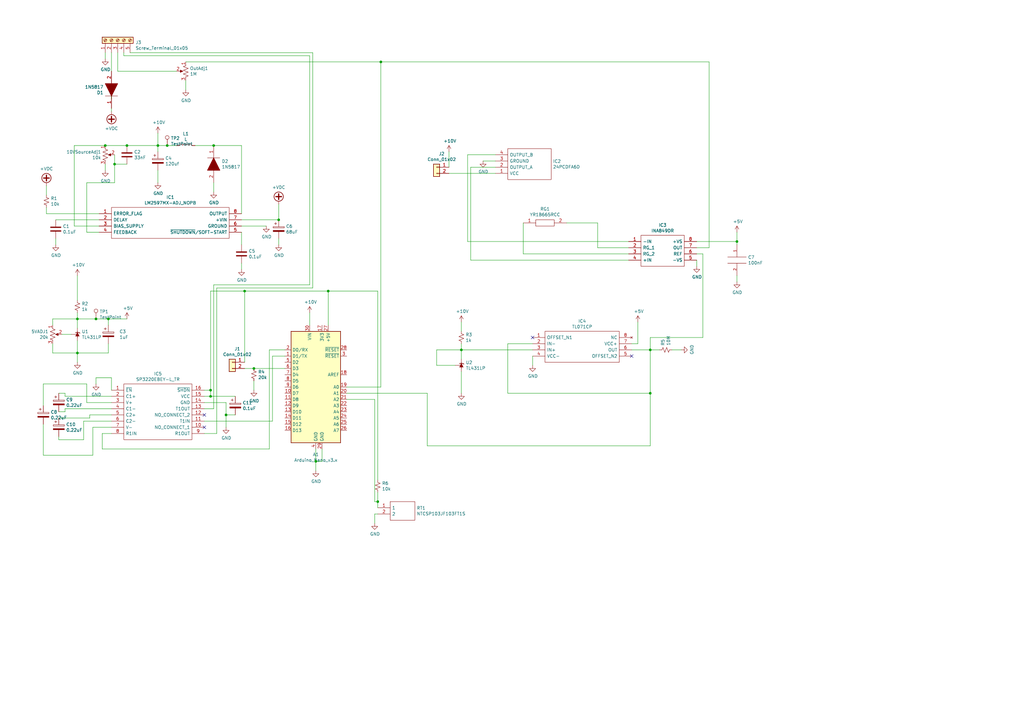
<source format=kicad_sch>
(kicad_sch (version 20211123) (generator eeschema)
  (paper "A3")
  (lib_symbols
    (symbol "Connector:Screw_Terminal_01x05" (pin_names (offset 1.016) hide)
      (property "Reference" "J" (at 0 7.62 0))
      (property "Value" "Screw_Terminal_01x05" (at 0 -7.62 0))
      (symbol "Screw_Terminal_01x05_1_1"
        (rectangle (start -1.27 6.35) (end 1.27 -6.35) (stroke (width 0.254)) (fill (type background)))
        (circle (center 0 -5.08) (radius 0.635) (stroke (width 0.1524)))
        (circle (center 0 -2.54) (radius 0.635) (stroke (width 0.1524)))
        (polyline (pts (xy -0.5334 -4.7498) (xy 0.3302 -5.588)) (stroke (width 0.1524)))
        (polyline (pts (xy -0.5334 -2.2098) (xy 0.3302 -3.048)) (stroke (width 0.1524)))
        (polyline (pts (xy -0.5334 0.3302) (xy 0.3302 -0.508)) (stroke (width 0.1524)))
        (polyline (pts (xy -0.5334 2.8702) (xy 0.3302 2.032)) (stroke (width 0.1524)))
        (polyline (pts (xy -0.5334 5.4102) (xy 0.3302 4.572)) (stroke (width 0.1524)))
        (polyline (pts (xy -0.3556 -4.572) (xy 0.508 -5.4102)) (stroke (width 0.1524)))
        (polyline (pts (xy -0.3556 -2.032) (xy 0.508 -2.8702)) (stroke (width 0.1524)))
        (polyline (pts (xy -0.3556 0.508) (xy 0.508 -0.3302)) (stroke (width 0.1524)))
        (polyline (pts (xy -0.3556 3.048) (xy 0.508 2.2098)) (stroke (width 0.1524)))
        (polyline (pts (xy -0.3556 5.588) (xy 0.508 4.7498)) (stroke (width 0.1524)))
        (circle (center 0 0) (radius 0.635) (stroke (width 0.1524)))
        (circle (center 0 2.54) (radius 0.635) (stroke (width 0.1524)))
        (circle (center 0 5.08) (radius 0.635) (stroke (width 0.1524)))
        (pin passive line (at -5.08 5.08 0) (length 3.81) (name "Pin_1") (number "1"))
        (pin passive line (at -5.08 2.54 0) (length 3.81) (name "Pin_2") (number "2"))
        (pin passive line (at -5.08 0 0) (length 3.81) (name "Pin_3") (number "3"))
        (pin passive line (at -5.08 -2.54 0) (length 3.81) (name "Pin_4") (number "4"))
        (pin passive line (at -5.08 -5.08 0) (length 3.81) (name "Pin_5") (number "5"))
      )
    )
    (symbol "Connector:TestPoint" (pin_numbers hide) (pin_names (offset 0.762) hide)
      (property "Reference" "TP" (at 0 6.858 0))
      (property "Value" "TestPoint" (at 0 5.08 0))
      (symbol "TestPoint_0_1"
        (circle (center 0 3.302) (radius 0.762))
      )
      (symbol "TestPoint_1_1"
        (pin passive line (at 0 0 90) (length 2.54) (name "1") (number "1"))
      )
    )
    (symbol "Connector_Generic:Conn_01x02" (pin_names (offset 1.016) hide)
      (property "Reference" "J" (at 0 2.54 0))
      (property "Value" "Conn_01x02" (at 0 -5.08 0))
      (symbol "Conn_01x02_1_1"
        (rectangle (start -1.27 -2.413) (end 0 -2.667) (stroke (width 0.1524)))
        (rectangle (start -1.27 0.127) (end 0 -0.127) (stroke (width 0.1524)))
        (rectangle (start -1.27 1.27) (end 1.27 -3.81) (stroke (width 0.254)) (fill (type background)))
        (pin passive line (at -5.08 0 0) (length 3.81) (name "Pin_1") (number "1"))
        (pin passive line (at -5.08 -2.54 0) (length 3.81) (name "Pin_2") (number "2"))
      )
    )
    (symbol "Device:C" (pin_numbers hide) (pin_names (offset 0.254))
      (property "Reference" "C" (at 0.635 2.54 0))
      (property "Value" "C" (at 0.635 -2.54 0))
      (symbol "C_0_1"
        (polyline (pts (xy -2.032 -0.762) (xy 2.032 -0.762)) (stroke (width 0.508)))
        (polyline (pts (xy -2.032 0.762) (xy 2.032 0.762)) (stroke (width 0.508)))
      )
      (symbol "C_1_1"
        (pin passive line (at 0 3.81 270) (length 2.794) (name "~") (number "1"))
        (pin passive line (at 0 -3.81 90) (length 2.794) (name "~") (number "2"))
      )
    )
    (symbol "Device:CP" (pin_numbers hide) (pin_names (offset 0.254))
      (property "Reference" "C" (at 0.635 2.54 0))
      (property "Value" "Device_CP" (at 0.635 -2.54 0))
      (symbol "CP_0_1"
        (rectangle (start -2.286 0.508) (end 2.286 1.016))
        (polyline (pts (xy -1.778 2.286) (xy -0.762 2.286)))
        (polyline (pts (xy -1.27 2.794) (xy -1.27 1.778)))
        (rectangle (start 2.286 -0.508) (end -2.286 -1.016) (fill (type outline)))
      )
      (symbol "CP_1_1"
        (pin passive line (at 0 3.81 270) (length 2.794) (name "~") (number "1"))
        (pin passive line (at 0 -3.81 90) (length 2.794) (name "~") (number "2"))
      )
    )
    (symbol "Device:L" (pin_numbers hide) (pin_names (offset 1.016) hide)
      (property "Reference" "L" (at -1.27 0 90))
      (property "Value" "L" (at 1.905 0 90))
      (symbol "L_0_1"
        (arc (start 0 -2.54) (mid 0.635 -1.905) (end 0 -1.27))
        (arc (start 0 -1.27) (mid 0.635 -0.635) (end 0 0))
        (arc (start 0 0) (mid 0.635 0.635) (end 0 1.27))
        (arc (start 0 1.27) (mid 0.635 1.905) (end 0 2.54))
      )
      (symbol "L_1_1"
        (pin passive line (at 0 3.81 270) (length 1.27) (name "1") (number "1"))
        (pin passive line (at 0 -3.81 90) (length 1.27) (name "2") (number "2"))
      )
    )
    (symbol "Device:R_POT_US" (pin_names (offset 1.016) hide)
      (property "Reference" "RV" (at -4.445 0 90))
      (property "Value" "Device_R_POT_US" (at -2.54 0 90))
      (symbol "R_POT_US_0_1"
        (polyline (pts (xy 0 -2.286) (xy 0 -2.54)))
        (polyline (pts (xy 0 2.54) (xy 0 2.286)))
        (polyline (pts (xy 2.54 0) (xy 1.524 0)))
        (polyline (pts (xy 1.143 0) (xy 2.286 0.508) (xy 2.286 -0.508) (xy 1.143 0)) (fill (type outline)))
        (polyline (pts (xy 0 -0.762) (xy 1.016 -1.143) (xy 0 -1.524) (xy -1.016 -1.905) (xy 0 -2.286)))
        (polyline (pts (xy 0 0.762) (xy 1.016 0.381) (xy 0 0) (xy -1.016 -0.381) (xy 0 -0.762)))
        (polyline (pts (xy 0 2.286) (xy 1.016 1.905) (xy 0 1.524) (xy -1.016 1.143) (xy 0 0.762)))
      )
      (symbol "R_POT_US_1_1"
        (pin passive line (at 0 3.81 270) (length 1.27) (name "1") (number "1"))
        (pin passive line (at 3.81 0 180) (length 1.27) (name "2") (number "2"))
        (pin passive line (at 0 -3.81 90) (length 1.27) (name "3") (number "3"))
      )
    )
    (symbol "Device:R_Small_US" (pin_numbers hide) (pin_names (offset 0.254) hide)
      (property "Reference" "R" (at 0.762 0.508 0))
      (property "Value" "R_Small_US" (at 0.762 -1.016 0))
      (symbol "R_Small_US_1_1"
        (polyline (pts (xy 0 0) (xy 1.016 -0.381) (xy 0 -0.762) (xy -1.016 -1.143) (xy 0 -1.524)))
        (polyline (pts (xy 0 1.524) (xy 1.016 1.143) (xy 0 0.762) (xy -1.016 0.381) (xy 0 0)))
        (pin passive line (at 0 2.54 270) (length 1.016) (name "~") (number "1"))
        (pin passive line (at 0 -2.54 90) (length 1.016) (name "~") (number "2"))
      )
    )
    (symbol "MCU_Module:Arduino_Nano_v3.x"
      (property "Reference" "A" (at -10.16 23.495 0))
      (property "Value" "Arduino_Nano_v3.x" (at 5.08 -24.13 0))
      (symbol "Arduino_Nano_v3.x_0_1"
        (rectangle (start -10.16 22.86) (end 10.16 -22.86) (stroke (width 0.254)) (fill (type background)))
      )
      (symbol "Arduino_Nano_v3.x_1_1"
        (pin bidirectional line (at -12.7 12.7 0) (length 2.54) (name "D1/TX") (number "1"))
        (pin bidirectional line (at -12.7 -2.54 0) (length 2.54) (name "D7") (number "10"))
        (pin bidirectional line (at -12.7 -5.08 0) (length 2.54) (name "D8") (number "11"))
        (pin bidirectional line (at -12.7 -7.62 0) (length 2.54) (name "D9") (number "12"))
        (pin bidirectional line (at -12.7 -10.16 0) (length 2.54) (name "D10") (number "13"))
        (pin bidirectional line (at -12.7 -12.7 0) (length 2.54) (name "D11") (number "14"))
        (pin bidirectional line (at -12.7 -15.24 0) (length 2.54) (name "D12") (number "15"))
        (pin bidirectional line (at -12.7 -17.78 0) (length 2.54) (name "D13") (number "16"))
        (pin power_out line (at 2.54 25.4 270) (length 2.54) (name "3V3") (number "17"))
        (pin input line (at 12.7 5.08 180) (length 2.54) (name "AREF") (number "18"))
        (pin bidirectional line (at 12.7 0 180) (length 2.54) (name "A0") (number "19"))
        (pin bidirectional line (at -12.7 15.24 0) (length 2.54) (name "D0/RX") (number "2"))
        (pin bidirectional line (at 12.7 -2.54 180) (length 2.54) (name "A1") (number "20"))
        (pin bidirectional line (at 12.7 -5.08 180) (length 2.54) (name "A2") (number "21"))
        (pin bidirectional line (at 12.7 -7.62 180) (length 2.54) (name "A3") (number "22"))
        (pin bidirectional line (at 12.7 -10.16 180) (length 2.54) (name "A4") (number "23"))
        (pin bidirectional line (at 12.7 -12.7 180) (length 2.54) (name "A5") (number "24"))
        (pin bidirectional line (at 12.7 -15.24 180) (length 2.54) (name "A6") (number "25"))
        (pin bidirectional line (at 12.7 -17.78 180) (length 2.54) (name "A7") (number "26"))
        (pin power_out line (at 5.08 25.4 270) (length 2.54) (name "+5V") (number "27"))
        (pin input line (at 12.7 15.24 180) (length 2.54) (name "~{RESET}") (number "28"))
        (pin power_in line (at 2.54 -25.4 90) (length 2.54) (name "GND") (number "29"))
        (pin input line (at 12.7 12.7 180) (length 2.54) (name "~{RESET}") (number "3"))
        (pin power_in line (at -2.54 25.4 270) (length 2.54) (name "VIN") (number "30"))
        (pin power_in line (at 0 -25.4 90) (length 2.54) (name "GND") (number "4"))
        (pin bidirectional line (at -12.7 10.16 0) (length 2.54) (name "D2") (number "5"))
        (pin bidirectional line (at -12.7 7.62 0) (length 2.54) (name "D3") (number "6"))
        (pin bidirectional line (at -12.7 5.08 0) (length 2.54) (name "D4") (number "7"))
        (pin bidirectional line (at -12.7 2.54 0) (length 2.54) (name "D5") (number "8"))
        (pin bidirectional line (at -12.7 0 0) (length 2.54) (name "D6") (number "9"))
      )
    )
    (symbol "Reference_Voltage:TL431LP" (pin_numbers hide) (pin_names hide)
      (property "Reference" "U" (at -2.54 2.54 0))
      (property "Value" "TL431LP" (at 0 -2.54 0))
      (symbol "TL431LP_0_1"
        (polyline (pts (xy -1.27 0) (xy 0 0) (xy 1.27 0)))
        (polyline (pts (xy -0.762 0.762) (xy 0.762 0) (xy -0.762 -0.762)) (fill (type outline)))
        (polyline (pts (xy 0.508 -1.016) (xy 0.762 -0.762) (xy 0.762 0.762) (xy 0.762 0.762)) (stroke (width 0.254)))
      )
      (symbol "TL431LP_1_1"
        (pin passive line (at 0 2.54 270) (length 2.54) (name "REF") (number "1"))
        (pin passive line (at -2.54 0 0) (length 2.54) (name "A") (number "2"))
        (pin passive line (at 2.54 0 180) (length 2.54) (name "K") (number "3"))
      )
    )
    (symbol "SamacSys_Parts:1N5817" (pin_names (offset 0.762))
      (property "Reference" "D" (at 11.43 5.08 0))
      (property "Value" "SamacSys_Parts_1N5817" (at 11.43 2.54 0))
      (symbol "1N5817_0_0"
        (pin passive line (at 0 0 0) (length 5.08) (name "~") (number "1"))
        (pin passive line (at 15.24 0 180) (length 5.08) (name "~") (number "2"))
      )
      (symbol "1N5817_0_1"
        (polyline (pts (xy 5.08 2.54) (xy 5.08 -2.54)) (stroke (width 0.1524)))
        (polyline (pts (xy 5.08 0) (xy 10.16 2.54) (xy 10.16 -2.54) (xy 5.08 0)) (stroke (width 0.254)) (fill (type outline)))
      )
    )
    (symbol "SamacSys_Parts:24PCDFA6D" (pin_names (offset 0.762))
      (property "Reference" "IC" (at 24.13 7.62 0))
      (property "Value" "SamacSys_Parts_24PCDFA6D" (at 24.13 5.08 0))
      (symbol "24PCDFA6D_0_0"
        (pin passive line (at 0 -7.62 0) (length 5.08) (name "VCC") (number "1"))
        (pin passive line (at 0 -5.08 0) (length 5.08) (name "OUTPUT_A") (number "2"))
        (pin passive line (at 0 -2.54 0) (length 5.08) (name "GROUND") (number "3"))
        (pin passive line (at 0 0 0) (length 5.08) (name "OUTPUT_B") (number "4"))
      )
      (symbol "24PCDFA6D_0_1"
        (polyline (pts (xy 5.08 2.54) (xy 22.86 2.54) (xy 22.86 -10.16) (xy 5.08 -10.16) (xy 5.08 2.54)) (stroke (width 0.1524)))
      )
    )
    (symbol "SamacSys_Parts:INA849DR" (pin_names (offset 0.762))
      (property "Reference" "IC" (at 24.13 7.62 0))
      (property "Value" "SamacSys_Parts_INA849DR" (at 24.13 5.08 0))
      (symbol "INA849DR_0_0"
        (pin passive line (at 0 0 0) (length 5.08) (name "-IN") (number "1"))
        (pin passive line (at 0 -2.54 0) (length 5.08) (name "RG_1") (number "2"))
        (pin passive line (at 0 -5.08 0) (length 5.08) (name "RG_2") (number "3"))
        (pin passive line (at 0 -7.62 0) (length 5.08) (name "+IN") (number "4"))
        (pin passive line (at 27.94 -7.62 180) (length 5.08) (name "-VS") (number "5"))
        (pin passive line (at 27.94 -5.08 180) (length 5.08) (name "REF") (number "6"))
        (pin passive line (at 27.94 -2.54 180) (length 5.08) (name "OUT") (number "7"))
        (pin passive line (at 27.94 0 180) (length 5.08) (name "+VS") (number "8"))
      )
      (symbol "INA849DR_0_1"
        (polyline (pts (xy 5.08 2.54) (xy 22.86 2.54) (xy 22.86 -10.16) (xy 5.08 -10.16) (xy 5.08 2.54)) (stroke (width 0.1524)))
      )
    )
    (symbol "SamacSys_Parts:LM2597MX-ADJ_NOPB" (pin_names (offset 0.762))
      (property "Reference" "IC" (at 54.61 7.62 0))
      (property "Value" "SamacSys_Parts_LM2597MX-ADJ_NOPB" (at 54.61 5.08 0))
      (symbol "LM2597MX-ADJ_NOPB_0_0"
        (pin passive line (at 0 0 0) (length 5.08) (name "ERROR_FLAG") (number "1"))
        (pin passive line (at 0 -2.54 0) (length 5.08) (name "DELAY") (number "2"))
        (pin passive line (at 0 -5.08 0) (length 5.08) (name "BIAS_SUPPLY") (number "3"))
        (pin passive line (at 0 -7.62 0) (length 5.08) (name "FEEDBACK") (number "4"))
        (pin passive line (at 58.42 -7.62 180) (length 5.08) (name "~{SHUTDOWN}/SOFT-START") (number "5"))
        (pin passive line (at 58.42 -5.08 180) (length 5.08) (name "GROUND") (number "6"))
        (pin passive line (at 58.42 -2.54 180) (length 5.08) (name "+VIN") (number "7"))
        (pin passive line (at 58.42 0 180) (length 5.08) (name "OUTPUT") (number "8"))
      )
      (symbol "LM2597MX-ADJ_NOPB_0_1"
        (polyline (pts (xy 5.08 2.54) (xy 53.34 2.54) (xy 53.34 -10.16) (xy 5.08 -10.16) (xy 5.08 2.54)) (stroke (width 0.1524)))
      )
    )
    (symbol "SamacSys_Parts:NTCSP103JF103FT1S" (pin_names (offset 0.762))
      (property "Reference" "RT" (at 16.51 7.62 0))
      (property "Value" "SamacSys_Parts_NTCSP103JF103FT1S" (at 16.51 5.08 0))
      (symbol "NTCSP103JF103FT1S_0_0"
        (pin passive line (at 0 0 0) (length 5.08) (name "1") (number "1"))
        (pin passive line (at 0 -2.54 0) (length 5.08) (name "2") (number "2"))
      )
      (symbol "NTCSP103JF103FT1S_0_1"
        (polyline (pts (xy 5.08 2.54) (xy 15.24 2.54) (xy 15.24 -5.08) (xy 5.08 -5.08) (xy 5.08 2.54)) (stroke (width 0.1524)))
      )
    )
    (symbol "SamacSys_Parts:SP3220EBEY-L_TR" (pin_names (offset 0.762))
      (property "Reference" "IC" (at 34.29 7.62 0))
      (property "Value" "SamacSys_Parts_SP3220EBEY-L_TR" (at 34.29 5.08 0))
      (symbol "SP3220EBEY-L_TR_0_0"
        (pin passive line (at 0 0 0) (length 5.08) (name "~{EN}") (number "1"))
        (pin passive line (at 38.1 -15.24 180) (length 5.08) (name "NO_CONNECT_1") (number "10"))
        (pin passive line (at 38.1 -12.7 180) (length 5.08) (name "T1IN") (number "11"))
        (pin passive line (at 38.1 -10.16 180) (length 5.08) (name "NO_CONNECT_2") (number "12"))
        (pin passive line (at 38.1 -7.62 180) (length 5.08) (name "T1OUT") (number "13"))
        (pin passive line (at 38.1 -5.08 180) (length 5.08) (name "GND") (number "14"))
        (pin passive line (at 38.1 -2.54 180) (length 5.08) (name "VCC") (number "15"))
        (pin passive line (at 38.1 0 180) (length 5.08) (name "~{SHDN}") (number "16"))
        (pin passive line (at 0 -2.54 0) (length 5.08) (name "C1+") (number "2"))
        (pin passive line (at 0 -5.08 0) (length 5.08) (name "V+") (number "3"))
        (pin passive line (at 0 -7.62 0) (length 5.08) (name "C1-") (number "4"))
        (pin passive line (at 0 -10.16 0) (length 5.08) (name "C2+") (number "5"))
        (pin passive line (at 0 -12.7 0) (length 5.08) (name "C2-") (number "6"))
        (pin passive line (at 0 -15.24 0) (length 5.08) (name "V-") (number "7"))
        (pin passive line (at 0 -17.78 0) (length 5.08) (name "R1IN") (number "8"))
        (pin passive line (at 38.1 -17.78 180) (length 5.08) (name "R1OUT") (number "9"))
      )
      (symbol "SP3220EBEY-L_TR_0_1"
        (polyline (pts (xy 5.08 2.54) (xy 33.02 2.54) (xy 33.02 -20.32) (xy 5.08 -20.32) (xy 5.08 2.54)) (stroke (width 0.1524)))
      )
    )
    (symbol "SamacSys_Parts:TL071CP" (pin_names (offset 0.762))
      (property "Reference" "IC" (at 36.83 7.62 0))
      (property "Value" "SamacSys_Parts_TL071CP" (at 36.83 5.08 0))
      (symbol "TL071CP_0_0"
        (pin passive line (at 0 0 0) (length 5.08) (name "OFFSET_N1") (number "1"))
        (pin passive line (at 0 -2.54 0) (length 5.08) (name "IN-") (number "2"))
        (pin passive line (at 0 -5.08 0) (length 5.08) (name "IN+") (number "3"))
        (pin passive line (at 0 -7.62 0) (length 5.08) (name "VCC-") (number "4"))
        (pin passive line (at 40.64 -7.62 180) (length 5.08) (name "OFFSET_N2") (number "5"))
        (pin passive line (at 40.64 -5.08 180) (length 5.08) (name "OUT") (number "6"))
        (pin passive line (at 40.64 -2.54 180) (length 5.08) (name "VCC+") (number "7"))
        (pin no_connect line (at 40.64 0 180) (length 5.08) (name "NC") (number "8"))
      )
      (symbol "TL071CP_0_1"
        (polyline (pts (xy 5.08 2.54) (xy 35.56 2.54) (xy 35.56 -10.16) (xy 5.08 -10.16) (xy 5.08 2.54)) (stroke (width 0.1524)))
      )
    )
    (symbol "SamacSys_Parts:YR1B665RCC" (pin_names (offset 0.762))
      (property "Reference" "R" (at 13.97 6.35 0))
      (property "Value" "SamacSys_Parts_YR1B665RCC" (at 13.97 3.81 0))
      (symbol "YR1B665RCC_0_0"
        (pin passive line (at 0 0 0) (length 5.08) (name "~") (number "1"))
        (pin passive line (at 17.78 0 180) (length 5.08) (name "~") (number "2"))
      )
      (symbol "YR1B665RCC_0_1"
        (polyline (pts (xy 5.08 1.27) (xy 12.7 1.27) (xy 12.7 -1.27) (xy 5.08 -1.27) (xy 5.08 1.27)) (stroke (width 0.1524)))
      )
    )
    (symbol "power:+10V" (power) (pin_names (offset 0))
      (property "Value" "+10V" (at 0 3.556 0))
      (symbol "+10V_0_1"
        (polyline (pts (xy -0.762 1.27) (xy 0 2.54)))
        (polyline (pts (xy 0 0) (xy 0 2.54)))
        (polyline (pts (xy 0 2.54) (xy 0.762 1.27)))
      )
      (symbol "+10V_1_1"
        (pin power_in line (at 0 0 90) (length 0) hide (name "+10V") (number "1"))
      )
    )
    (symbol "power:+5V" (power) (pin_names (offset 0))
      (property "Value" "+5V" (at 0 3.556 0))
      (symbol "+5V_0_1"
        (polyline (pts (xy -0.762 1.27) (xy 0 2.54)))
        (polyline (pts (xy 0 0) (xy 0 2.54)))
        (polyline (pts (xy 0 2.54) (xy 0.762 1.27)))
      )
      (symbol "+5V_1_1"
        (pin power_in line (at 0 0 90) (length 0) hide (name "+5V") (number "1"))
      )
    )
    (symbol "power:+VDC" (power) (pin_names (offset 0))
      (property "Value" "+VDC" (at 0 6.35 0))
      (symbol "+VDC_0_1"
        (polyline (pts (xy -1.143 3.175) (xy 1.143 3.175)) (stroke (width 0.508)))
        (polyline (pts (xy 0 0) (xy 0 1.27)))
        (polyline (pts (xy 0 2.032) (xy 0 4.318)) (stroke (width 0.508)))
        (circle (center 0 3.175) (radius 1.905) (stroke (width 0.254)))
      )
      (symbol "+VDC_1_1"
        (pin power_in line (at 0 0 90) (length 0) hide (name "+VDC") (number "1"))
      )
    )
    (symbol "power:GND" (power) (pin_names (offset 0))
      (property "Value" "GND" (at 0 -3.81 0))
      (symbol "GND_0_1"
        (polyline (pts (xy 0 0) (xy 0 -1.27) (xy 1.27 -1.27) (xy 0 -2.54) (xy -1.27 -1.27) (xy 0 -1.27)))
      )
      (symbol "GND_1_1"
        (pin power_in line (at 0 0 270) (length 0) hide (name "GND") (number "1"))
      )
    )
    (symbol "pspice:CAP" (pin_names (offset 0.254))
      (property "Reference" "C" (at 2.54 3.81 90))
      (property "Value" "CAP" (at 2.54 -3.81 90))
      (symbol "CAP_0_1"
        (polyline (pts (xy -3.81 -1.27) (xy 3.81 -1.27)))
        (polyline (pts (xy -3.81 1.27) (xy 3.81 1.27)))
      )
      (symbol "CAP_1_1"
        (pin passive line (at 0 6.35 270) (length 5.08) (name "~") (number "1"))
        (pin passive line (at 0 -6.35 90) (length 5.08) (name "~") (number "2"))
      )
    )
  )
  (junction (at 87.63 59.69))
  (junction (at 86.36 162.56))
  (junction (at 302.26 99.06))
  (junction (at 31.75 130.81))
  (junction (at 46.99 67.31))
  (junction (at 189.23 143.51))
  (junction (at 31.75 144.78))
  (junction (at 39.37 130.81))
  (junction (at 68.58 59.69))
  (junction (at 92.71 170.18))
  (junction (at 154.94 205.74))
  (junction (at 114.3 90.17))
  (junction (at 86.36 160.02))
  (junction (at 64.77 59.69))
  (junction (at 266.7 161.29))
  (junction (at 129.54 189.23))
  (junction (at 104.14 151.13))
  (junction (at 52.07 59.69))
  (junction (at 266.7 143.51))
  (junction (at 156.21 25.4))
  (junction (at 43.18 59.69))
  (junction (at 44.45 130.81))
  (junction (at 134.62 119.38))
  (junction (at 100.33 119.38))
  (no_connect (at 83.82 175.26))
  (no_connect (at 83.82 170.18))
  (no_connect (at 259.08 146.05))
  (no_connect (at 218.44 138.43))
  (wire (pts (xy 129.54 189.23) (xy 129.54 193.04)))
  (wire (pts (xy 153.67 210.82) (xy 154.94 210.82)))
  (wire (pts (xy 35.56 95.25) (xy 40.64 95.25)))
  (wire (pts (xy 64.77 62.23) (xy 64.77 59.69)))
  (wire (pts (xy 111.76 172.72) (xy 111.76 146.05)))
  (wire (pts (xy 132.08 184.15) (xy 132.08 189.23)))
  (wire (pts (xy 26.67 162.56) (xy 26.67 161.29)))
  (wire (pts (xy 21.59 133.35) (xy 21.59 130.81)))
  (wire (pts (xy 208.28 161.29) (xy 266.7 161.29)))
  (wire (pts (xy 35.56 74.93) (xy 35.56 95.25)))
  (wire (pts (xy 191.77 99.06) (xy 257.81 99.06)))
  (wire (pts (xy 154.94 208.28) (xy 154.94 205.74)))
  (wire (pts (xy 189.23 143.51) (xy 189.23 147.32)))
  (wire (pts (xy 175.26 161.29) (xy 142.24 161.29)))
  (wire (pts (xy 76.2 33.02) (xy 76.2 36.83)))
  (wire (pts (xy 86.36 119.38) (xy 100.33 119.38)))
  (wire (pts (xy 40.64 90.17) (xy 22.86 90.17)))
  (wire (pts (xy 31.75 130.81) (xy 39.37 130.81)))
  (wire (pts (xy 302.26 100.33) (xy 302.26 99.06)))
  (wire (pts (xy 193.04 68.58) (xy 203.2 68.58)))
  (wire (pts (xy 132.08 189.23) (xy 129.54 189.23)))
  (wire (pts (xy 40.64 92.71) (xy 30.48 92.71)))
  (wire (pts (xy 21.59 140.97) (xy 21.59 144.78)))
  (wire (pts (xy 22.86 100.33) (xy 22.86 97.79)))
  (wire (pts (xy 110.49 184.15) (xy 41.91 184.15)))
  (wire (pts (xy 17.78 157.48) (xy 17.78 166.37)))
  (wire (pts (xy 87.63 116.84) (xy 127 116.84)))
  (wire (pts (xy 175.26 182.88) (xy 175.26 161.29)))
  (wire (pts (xy 38.1 175.26) (xy 45.72 175.26)))
  (wire (pts (xy 257.81 106.68) (xy 193.04 106.68)))
  (wire (pts (xy 266.7 138.43) (xy 266.7 143.51)))
  (wire (pts (xy 104.14 160.02) (xy 104.14 156.21)))
  (wire (pts (xy 45.72 172.72) (xy 34.29 172.72)))
  (wire (pts (xy 191.77 63.5) (xy 191.77 99.06)))
  (wire (pts (xy 114.3 83.82) (xy 114.3 90.17)))
  (wire (pts (xy 88.9 177.8) (xy 83.82 177.8)))
  (wire (pts (xy 288.29 104.14) (xy 288.29 138.43)))
  (wire (pts (xy 218.44 140.97) (xy 208.28 140.97)))
  (wire (pts (xy 266.7 143.51) (xy 270.51 143.51)))
  (wire (pts (xy 52.07 59.69) (xy 64.77 59.69)))
  (wire (pts (xy 50.8 22.86) (xy 50.8 21.59)))
  (wire (pts (xy 31.75 144.78) (xy 31.75 148.59)))
  (wire (pts (xy 156.21 25.4) (xy 290.83 25.4)))
  (wire (pts (xy 44.45 130.81) (xy 52.07 130.81)))
  (wire (pts (xy 110.49 143.51) (xy 110.49 184.15)))
  (wire (pts (xy 184.15 68.58) (xy 184.15 62.23)))
  (wire (pts (xy 83.82 167.64) (xy 87.63 167.64)))
  (wire (pts (xy 35.56 165.1) (xy 35.56 157.48)))
  (wire (pts (xy 35.56 157.48) (xy 17.78 157.48)))
  (wire (pts (xy 30.48 92.71) (xy 30.48 59.69)))
  (wire (pts (xy 34.29 180.34) (xy 24.13 180.34)))
  (wire (pts (xy 257.81 104.14) (xy 214.63 104.14)))
  (wire (pts (xy 87.63 167.64) (xy 87.63 116.84)))
  (wire (pts (xy 179.07 149.86) (xy 186.69 149.86)))
  (wire (pts (xy 285.75 104.14) (xy 288.29 104.14)))
  (wire (pts (xy 203.2 63.5) (xy 191.77 63.5)))
  (wire (pts (xy 302.26 115.57) (xy 302.26 113.03)))
  (wire (pts (xy 127 133.35) (xy 127 128.27)))
  (wire (pts (xy 259.08 143.51) (xy 266.7 143.51)))
  (wire (pts (xy 26.67 167.64) (xy 26.67 168.91)))
  (wire (pts (xy 127 22.86) (xy 50.8 22.86)))
  (wire (pts (xy 100.33 119.38) (xy 100.33 148.59)))
  (wire (pts (xy 259.08 140.97) (xy 261.62 140.97)))
  (wire (pts (xy 83.82 162.56) (xy 86.36 162.56)))
  (wire (pts (xy 189.23 140.97) (xy 189.23 143.51)))
  (wire (pts (xy 175.26 182.88) (xy 266.7 182.88)))
  (wire (pts (xy 31.75 113.03) (xy 31.75 123.19)))
  (wire (pts (xy 68.58 59.69) (xy 64.77 59.69)))
  (wire (pts (xy 96.52 162.56) (xy 86.36 162.56)))
  (wire (pts (xy 154.94 119.38) (xy 134.62 119.38)))
  (wire (pts (xy 21.59 144.78) (xy 31.75 144.78)))
  (wire (pts (xy 189.23 132.08) (xy 189.23 135.89)))
  (wire (pts (xy 142.24 158.75) (xy 156.21 158.75)))
  (wire (pts (xy 134.62 133.35) (xy 134.62 119.38)))
  (wire (pts (xy 96.52 170.18) (xy 92.71 170.18)))
  (wire (pts (xy 44.45 144.78) (xy 44.45 140.97)))
  (wire (pts (xy 39.37 154.94) (xy 45.72 154.94)))
  (wire (pts (xy 245.11 101.6) (xy 257.81 101.6)))
  (wire (pts (xy 45.72 167.64) (xy 26.67 167.64)))
  (wire (pts (xy 214.63 104.14) (xy 214.63 91.44)))
  (wire (pts (xy 17.78 186.69) (xy 38.1 186.69)))
  (wire (pts (xy 266.7 182.88) (xy 266.7 161.29)))
  (wire (pts (xy 153.67 214.63) (xy 153.67 210.82)))
  (wire (pts (xy 134.62 119.38) (xy 100.33 119.38)))
  (wire (pts (xy 154.94 205.74) (xy 153.67 205.74)))
  (wire (pts (xy 24.13 180.34) (xy 24.13 179.07)))
  (wire (pts (xy 46.99 63.5) (xy 46.99 67.31)))
  (wire (pts (xy 21.59 130.81) (xy 31.75 130.81)))
  (wire (pts (xy 302.26 99.06) (xy 302.26 95.25)))
  (wire (pts (xy 43.18 59.69) (xy 52.07 59.69)))
  (wire (pts (xy 99.06 92.71) (xy 109.22 92.71)))
  (wire (pts (xy 87.63 78.74) (xy 87.63 74.93)))
  (wire (pts (xy 153.67 205.74) (xy 153.67 163.83)))
  (wire (pts (xy 36.83 170.18) (xy 45.72 170.18)))
  (wire (pts (xy 19.05 85.09) (xy 19.05 87.63)))
  (wire (pts (xy 116.84 143.51) (xy 110.49 143.51)))
  (wire (pts (xy 92.71 165.1) (xy 92.71 170.18)))
  (wire (pts (xy 45.72 21.59) (xy 45.72 29.21)))
  (wire (pts (xy 129.54 184.15) (xy 129.54 189.23)))
  (wire (pts (xy 279.4 143.51) (xy 275.59 143.51)))
  (wire (pts (xy 114.3 100.33) (xy 114.3 97.79)))
  (wire (pts (xy 31.75 144.78) (xy 44.45 144.78)))
  (wire (pts (xy 232.41 91.44) (xy 245.11 91.44)))
  (wire (pts (xy 88.9 118.11) (xy 88.9 177.8)))
  (wire (pts (xy 189.23 152.4) (xy 189.23 161.29)))
  (wire (pts (xy 24.13 171.45) (xy 36.83 171.45)))
  (wire (pts (xy 29.21 137.16) (xy 25.4 137.16)))
  (wire (pts (xy 41.91 184.15) (xy 41.91 177.8)))
  (wire (pts (xy 100.33 151.13) (xy 104.14 151.13)))
  (wire (pts (xy 218.44 146.05) (xy 218.44 149.86)))
  (wire (pts (xy 26.67 161.29) (xy 24.13 161.29)))
  (wire (pts (xy 285.75 101.6) (xy 290.83 101.6)))
  (wire (pts (xy 184.15 71.12) (xy 203.2 71.12)))
  (wire (pts (xy 45.72 154.94) (xy 45.72 160.02)))
  (wire (pts (xy 30.48 59.69) (xy 43.18 59.69)))
  (wire (pts (xy 104.14 151.13) (xy 116.84 151.13)))
  (wire (pts (xy 99.06 95.25) (xy 99.06 100.33)))
  (wire (pts (xy 111.76 146.05) (xy 116.84 146.05)))
  (wire (pts (xy 64.77 74.93) (xy 64.77 69.85)))
  (wire (pts (xy 86.36 160.02) (xy 86.36 119.38)))
  (wire (pts (xy 266.7 161.29) (xy 266.7 143.51)))
  (wire (pts (xy 127 116.84) (xy 127 22.86)))
  (wire (pts (xy 72.39 29.21) (xy 48.26 29.21)))
  (wire (pts (xy 208.28 140.97) (xy 208.28 161.29)))
  (wire (pts (xy 38.1 186.69) (xy 38.1 175.26)))
  (wire (pts (xy 46.99 67.31) (xy 46.99 74.93)))
  (wire (pts (xy 245.11 91.44) (xy 245.11 101.6)))
  (wire (pts (xy 39.37 130.81) (xy 44.45 130.81)))
  (wire (pts (xy 86.36 160.02) (xy 83.82 160.02)))
  (wire (pts (xy 83.82 165.1) (xy 92.71 165.1)))
  (wire (pts (xy 43.18 24.13) (xy 43.18 21.59)))
  (wire (pts (xy 45.72 39.37) (xy 45.72 40.64)))
  (wire (pts (xy 31.75 128.27) (xy 31.75 130.81)))
  (wire (pts (xy 285.75 106.68) (xy 285.75 109.22)))
  (wire (pts (xy 288.29 138.43) (xy 266.7 138.43)))
  (wire (pts (xy 154.94 196.85) (xy 154.94 119.38)))
  (wire (pts (xy 92.71 170.18) (xy 92.71 175.26)))
  (wire (pts (xy 44.45 130.81) (xy 44.45 133.35)))
  (wire (pts (xy 31.75 130.81) (xy 31.75 134.62)))
  (wire (pts (xy 193.04 68.58) (xy 193.04 106.68)))
  (wire (pts (xy 80.01 59.69) (xy 87.63 59.69)))
  (wire (pts (xy 17.78 173.99) (xy 17.78 186.69)))
  (wire (pts (xy 290.83 25.4) (xy 290.83 101.6)))
  (wire (pts (xy 128.27 118.11) (xy 88.9 118.11)))
  (wire (pts (xy 34.29 172.72) (xy 34.29 180.34)))
  (wire (pts (xy 39.37 157.48) (xy 39.37 154.94)))
  (wire (pts (xy 41.91 177.8) (xy 45.72 177.8)))
  (wire (pts (xy 36.83 171.45) (xy 36.83 170.18)))
  (wire (pts (xy 99.06 110.49) (xy 99.06 107.95)))
  (wire (pts (xy 52.07 67.31) (xy 46.99 67.31)))
  (wire (pts (xy 53.34 21.59) (xy 128.27 21.59)))
  (wire (pts (xy 156.21 158.75) (xy 156.21 25.4)))
  (wire (pts (xy 86.36 162.56) (xy 86.36 160.02)))
  (wire (pts (xy 72.39 59.69) (xy 68.58 59.69)))
  (wire (pts (xy 45.72 165.1) (xy 35.56 165.1)))
  (wire (pts (xy 153.67 163.83) (xy 142.24 163.83)))
  (wire (pts (xy 46.99 74.93) (xy 35.56 74.93)))
  (wire (pts (xy 154.94 205.74) (xy 154.94 201.93)))
  (wire (pts (xy 198.12 66.04) (xy 203.2 66.04)))
  (wire (pts (xy 189.23 143.51) (xy 218.44 143.51)))
  (wire (pts (xy 261.62 140.97) (xy 261.62 132.08)))
  (wire (pts (xy 64.77 59.69) (xy 64.77 54.61)))
  (wire (pts (xy 179.07 143.51) (xy 179.07 149.86)))
  (wire (pts (xy 48.26 29.21) (xy 48.26 21.59)))
  (wire (pts (xy 114.3 90.17) (xy 99.06 90.17)))
  (wire (pts (xy 45.72 45.72) (xy 45.72 44.45)))
  (wire (pts (xy 31.75 139.7) (xy 31.75 144.78)))
  (wire (pts (xy 99.06 87.63) (xy 99.06 59.69)))
  (wire (pts (xy 26.67 168.91) (xy 24.13 168.91)))
  (wire (pts (xy 45.72 162.56) (xy 26.67 162.56)))
  (wire (pts (xy 43.18 69.85) (xy 43.18 67.31)))
  (wire (pts (xy 99.06 59.69) (xy 87.63 59.69)))
  (wire (pts (xy 76.2 25.4) (xy 156.21 25.4)))
  (wire (pts (xy 285.75 99.06) (xy 302.26 99.06)))
  (wire (pts (xy 128.27 21.59) (xy 128.27 118.11)))
  (wire (pts (xy 83.82 172.72) (xy 111.76 172.72)))
  (wire (pts (xy 19.05 87.63) (xy 40.64 87.63)))
  (wire (pts (xy 19.05 80.01) (xy 19.05 76.2)))
  (wire (pts (xy 179.07 143.51) (xy 189.23 143.51)))
  (symbol (lib_id "power:GND") (at 285.75 109.22 0) (unit 1)
    (property "Reference" "#PWR018" (effects hide))
    (property "Value" "GND" (at 285.877 113.6142 0))
  )
  (symbol (lib_id "Device:R_POT_US") (at 76.2 29.21 0) (mirror y) (unit 1)
    (property "Reference" "OutAdj1" (at 77.9018 28.0416 0) (effects (justify right)))
    (property "Value" "1M" (at 77.9018 30.353 0) (effects (justify right)))
    (property "Footprint" "Potentiometer_THT:Potentiometer_Bourns_3339P_Vertical" (effects hide))
  )
  (symbol (lib_id "SamacSys_Parts:24PCDFA6D") (at 203.2 63.5 0) (unit 1)
    (property "Reference" "IC2" (at 226.7712 66.1416 0) (effects (justify left)))
    (property "Value" "24PCDFA6D" (at 226.7712 68.453 0) (effects (justify left)))
    (property "Footprint" "SamacSys_Parts:24PCDFA6D" (effects hide))
    (property "Datasheet" "https://componentsearchengine.com/Datasheets/2/24PCDFA6D.pdf" (effects hide))
    (property "Description" "Board Mount Pressure Sensors +/-30psi 10V WET-WET DIFF/Gage/Vac Gage" (effects hide))
    (property "Height" "8" (effects hide))
    (property "Mouser Part Number" "785-24PCDFA6D" (effects hide))
    (property "Mouser Price/Stock" "https://www.mouser.co.uk/ProductDetail/Honeywell/24PCDFA6D?qs=pLJKYPamQJx%252B0ilU11tjNg%3D%3D" (effects hide))
    (property "Manufacturer_Name" "Honeywell" (effects hide))
    (property "Manufacturer_Part_Number" "24PCDFA6D" (effects hide))
  )
  (symbol (lib_id "power:GND") (at 198.12 66.04 0) (unit 1)
    (property "Reference" "#PWR017" (effects hide))
    (property "Value" "GND" (at 198.247 70.4342 0))
  )
  (symbol (lib_id "pspice:CAP") (at 302.26 106.68 0) (unit 1)
    (property "Reference" "C7" (at 306.7812 105.5116 0) (effects (justify left)))
    (property "Value" "100nF" (at 306.7812 107.823 0) (effects (justify left)))
    (property "Footprint" "Capacitor_SMD:C_0805_2012Metric_Pad1.15x1.40mm_HandSolder" (effects hide))
  )
  (symbol (lib_id "power:GND") (at 302.26 115.57 0) (unit 1)
    (property "Reference" "#PWR024" (effects hide))
    (property "Value" "GND" (at 302.387 119.9642 0))
  )
  (symbol (lib_id "SamacSys_Parts:TL071CP") (at 218.44 138.43 0) (unit 1)
    (property "Reference" "IC4" (at 238.76 131.699 0))
    (property "Value" "TL071CP" (at 238.76 134.0104 0))
    (property "Footprint" "SamacSys_Parts:DIP794W53P254L959H508Q8N" (effects hide))
    (property "Datasheet" "http://www.ti.com/lit/ds/symlink/tl071a.pdf" (effects hide))
    (property "Description" "Low-Noise JFET-Input General-Purpose Operational Amplifier" (effects hide))
    (property "Height" "5.08" (effects hide))
    (property "Mouser Part Number" "595-TL071CP" (effects hide))
    (property "Mouser Price/Stock" "https://www.mouser.co.uk/ProductDetail/Texas-Instruments/TL071CP/?qs=3FVjRv9mUZ%2FN1XJT5coqUQ%3D%3D" (effects hide))
    (property "Manufacturer_Name" "Texas Instruments" (effects hide))
    (property "Manufacturer_Part_Number" "TL071CP" (effects hide))
  )
  (symbol (lib_id "Reference_Voltage:TL431LP") (at 31.75 137.16 90) (unit 1)
    (property "Reference" "U1" (at 33.528 135.9916 90) (effects (justify right)))
    (property "Value" "TL431LP" (at 33.528 138.303 90) (effects (justify right)))
    (property "Footprint" "Package_TO_SOT_THT:TO-92_Inline" (effects hide))
    (property "Datasheet" "http://www.ti.com/lit/ds/symlink/tl431.pdf" (effects hide))
  )
  (symbol (lib_id "power:GND") (at 31.75 148.59 0) (unit 1)
    (property "Reference" "#PWR06" (effects hide))
    (property "Value" "GND" (at 31.877 152.9842 0))
  )
  (symbol (lib_id "Device:R_POT_US") (at 21.59 137.16 0) (unit 1)
    (property "Reference" "5VADJ1" (at 19.8882 135.9916 0) (effects (justify right)))
    (property "Value" "20k" (at 19.8882 138.303 0) (effects (justify right)))
    (property "Footprint" "Potentiometer_THT:Potentiometer_Bourns_3339P_Vertical" (effects hide))
  )
  (symbol (lib_id "Device:R_Small_US") (at 31.75 125.73 0) (unit 1)
    (property "Reference" "R2" (at 33.4772 124.5616 0) (effects (justify left)))
    (property "Value" "1k" (at 33.4772 126.873 0) (effects (justify left)))
    (property "Footprint" "Resistor_SMD:R_0603_1608Metric" (effects hide))
  )
  (symbol (lib_id "power:GND") (at 218.44 149.86 0) (unit 1)
    (property "Reference" "#PWR025" (effects hide))
    (property "Value" "GND" (at 218.567 154.2542 0))
  )
  (symbol (lib_id "Device:R_Small_US") (at 273.05 143.51 90) (unit 1)
    (property "Reference" "R5" (at 271.8816 141.7828 0) (effects (justify left)))
    (property "Value" "10M" (at 274.193 141.7828 0) (effects (justify left)))
    (property "Footprint" "Resistor_SMD:R_0603_1608Metric" (effects hide))
  )
  (symbol (lib_id "power:GND") (at 279.4 143.51 90) (unit 1)
    (property "Reference" "#PWR026" (effects hide))
    (property "Value" "GND" (at 283.7942 143.383 0))
  )
  (symbol (lib_id "Device:CP") (at 44.45 137.16 0) (unit 1)
    (property "Reference" "C3" (at 48.9712 135.9916 0) (effects (justify left)))
    (property "Value" "1uF" (at 48.9712 138.303 0) (effects (justify left)))
    (property "Footprint" "Capacitor_THT:CP_Radial_D5.0mm_P2.00mm" (effects hide))
  )
  (symbol (lib_id "Reference_Voltage:TL431LP") (at 189.23 149.86 90) (unit 1)
    (property "Reference" "U2" (at 191.008 148.6916 90) (effects (justify right)))
    (property "Value" "TL431LP" (at 191.008 151.003 90) (effects (justify right)))
    (property "Footprint" "Package_TO_SOT_THT:TO-92_Inline" (effects hide))
    (property "Datasheet" "http://www.ti.com/lit/ds/symlink/tl431.pdf" (effects hide))
  )
  (symbol (lib_id "power:GND") (at 189.23 161.29 0) (unit 1)
    (property "Reference" "#PWR020" (effects hide))
    (property "Value" "GND" (at 189.357 165.6842 0))
  )
  (symbol (lib_id "Device:R_Small_US") (at 189.23 138.43 0) (unit 1)
    (property "Reference" "R3" (at 190.9572 137.2616 0) (effects (justify left)))
    (property "Value" "1k" (at 190.9572 139.573 0) (effects (justify left)))
    (property "Footprint" "Resistor_SMD:R_0603_1608Metric" (effects hide))
  )
  (symbol (lib_id "SamacSys_Parts:INA849DR") (at 257.81 99.06 0) (unit 1)
    (property "Reference" "IC3" (at 271.78 92.329 0))
    (property "Value" "INA849DR" (at 271.78 94.6404 0))
    (property "Footprint" "SamacSys_Parts:SOIC127P600X175-8N" (effects hide))
    (property "Datasheet" "https://www.ti.com/lit/ds/symlink/ina849.pdf?ts=1609495728489&ref_url=https%253A%252F%252Fwww.ti.com%252Fproduct%252FINA849" (effects hide))
    (property "Description" "Texas Instruments Ultra-low noise (1 nV/vHz), high-speed (28 MHz, 35 V/), precision (35 V) instrumentation amplifier" (effects hide))
    (property "Height" "1.75" (effects hide))
    (property "Mouser Part Number" "595-INA849DR" (effects hide))
    (property "Mouser Price/Stock" "https://www.mouser.co.uk/ProductDetail/Texas-Instruments/INA849DR?qs=eP2BKZSCXI4qgDpsz1tg9g%3D%3D" (effects hide))
    (property "Manufacturer_Name" "Texas Instruments" (effects hide))
    (property "Manufacturer_Part_Number" "INA849DR" (effects hide))
  )
  (symbol (lib_id "power:+10V") (at 184.15 62.23 0) (unit 1)
    (property "Reference" "#PWR016" (effects hide))
    (property "Value" "+10V" (at 184.531 57.8358 0))
  )
  (symbol (lib_id "power:+10V") (at 31.75 113.03 0) (unit 1)
    (property "Reference" "#PWR05" (effects hide))
    (property "Value" "+10V" (at 32.131 108.6358 0))
  )
  (symbol (lib_id "power:+10V") (at 189.23 132.08 0) (unit 1)
    (property "Reference" "#PWR019" (effects hide))
    (property "Value" "+10V" (at 189.611 127.6858 0))
  )
  (symbol (lib_id "SamacSys_Parts:LM2597MX-ADJ_NOPB") (at 40.64 87.63 0) (unit 1)
    (property "Reference" "IC1" (at 69.85 80.899 0))
    (property "Value" "LM2597MX-ADJ_NOPB" (at 69.85 83.2104 0))
    (property "Footprint" "SamacSys_Parts:SOIC127P600X175-8N" (effects hide))
    (property "Datasheet" "http://www.ti.com/lit/gpn/LM2597" (effects hide))
    (property "Description" "SIMPLE SWITCHER Power Converter 150 kHz 0.5A Step-Down Voltage Regulator" (effects hide))
    (property "Height" "1.75" (effects hide))
    (property "Mouser Part Number" "926-LM2597MXADJNOPB" (effects hide))
    (property "Mouser Price/Stock" "https://www.mouser.co.uk/ProductDetail/Texas-Instruments/LM2597MX-ADJ-NOPB?qs=X1J7HmVL2ZEDIgwfzjXNjw%3D%3D" (effects hide))
    (property "Manufacturer_Name" "Texas Instruments" (effects hide))
    (property "Manufacturer_Part_Number" "LM2597MX-ADJ/NOPB" (effects hide))
  )
  (symbol (lib_id "power:+10V") (at 64.77 54.61 0) (unit 1)
    (property "Reference" "#PWR08" (effects hide))
    (property "Value" "+10V" (at 65.151 50.2158 0))
  )
  (symbol (lib_id "power:GND") (at 109.22 92.71 0) (unit 1)
    (property "Reference" "#PWR013" (effects hide))
    (property "Value" "GND" (at 109.347 97.1042 0))
  )
  (symbol (lib_id "power:+VDC") (at 114.3 83.82 0) (unit 1)
    (property "Reference" "#PWR014" (effects hide))
    (property "Value" "+VDC" (at 114.3 76.835 0))
  )
  (symbol (lib_id "power:+VDC") (at 45.72 45.72 180) (unit 1)
    (property "Reference" "#PWR03" (effects hide))
    (property "Value" "+VDC" (at 45.72 52.705 0))
  )
  (symbol (lib_id "SamacSys_Parts:1N5817") (at 45.72 44.45 90) (unit 1)
    (property "Reference" "D1" (at 42.418 37.9984 90) (effects (justify left)))
    (property "Value" "1N5817" (at 42.418 35.687 90) (effects (justify left)))
    (property "Footprint" "SamacSys_Parts:DIOAD1414W86L464D238" (effects hide))
    (property "Datasheet" "http://www.st.com/web/en/resource/technical/document/datasheet/CD00001625.pdf" (effects hide))
    (property "Description" "1N5817, Schottky Diode,  1A max, 20V, 2-Pin, DO-41" (effects hide))
    (property "Mouser Part Number" "511-1N5817" (effects hide))
    (property "Mouser Price/Stock" "https://www.mouser.co.uk/ProductDetail/STMicroelectronics/1N5817?qs=JV7lzlMm3yKNnxZdh%252BSMnw%3D%3D" (effects hide))
    (property "Manufacturer_Name" "STMicroelectronics" (effects hide))
    (property "Manufacturer_Part_Number" "1N5817" (effects hide))
  )
  (symbol (lib_id "Device:CP") (at 114.3 93.98 0) (unit 1)
    (property "Reference" "C6" (at 117.2972 92.8116 0) (effects (justify left)))
    (property "Value" "68uF" (at 117.2972 95.123 0) (effects (justify left)))
    (property "Footprint" "Capacitor_THT:CP_Radial_D6.3mm_P2.50mm" (effects hide))
  )
  (symbol (lib_id "power:GND") (at 114.3 100.33 0) (unit 1)
    (property "Reference" "#PWR015" (effects hide))
    (property "Value" "GND" (at 114.427 104.7242 0))
  )
  (symbol (lib_id "SamacSys_Parts:1N5817") (at 87.63 59.69 270) (unit 1)
    (property "Reference" "D2" (at 90.932 66.1416 90) (effects (justify left)))
    (property "Value" "1N5817" (at 90.932 68.453 90) (effects (justify left)))
    (property "Footprint" "SamacSys_Parts:DIOAD1414W86L464D238" (effects hide))
    (property "Datasheet" "http://www.st.com/web/en/resource/technical/document/datasheet/CD00001625.pdf" (effects hide))
    (property "Description" "1N5817, Schottky Diode,  1A max, 20V, 2-Pin, DO-41" (effects hide))
    (property "Mouser Part Number" "511-1N5817" (effects hide))
    (property "Mouser Price/Stock" "https://www.mouser.co.uk/ProductDetail/STMicroelectronics/1N5817?qs=JV7lzlMm3yKNnxZdh%252BSMnw%3D%3D" (effects hide))
    (property "Manufacturer_Name" "STMicroelectronics" (effects hide))
    (property "Manufacturer_Part_Number" "1N5817" (effects hide))
  )
  (symbol (lib_id "power:GND") (at 87.63 78.74 0) (unit 1)
    (property "Reference" "#PWR011" (effects hide))
    (property "Value" "GND" (at 87.757 83.1342 0))
  )
  (symbol (lib_id "Device:CP") (at 64.77 66.04 0) (unit 1)
    (property "Reference" "C4" (at 67.7672 64.8716 0) (effects (justify left)))
    (property "Value" "120uf" (at 67.7672 67.183 0) (effects (justify left)))
    (property "Footprint" "Capacitor_THT:CP_Radial_D6.3mm_P2.50mm" (effects hide))
  )
  (symbol (lib_id "power:GND") (at 64.77 74.93 0) (unit 1)
    (property "Reference" "#PWR09" (effects hide))
    (property "Value" "GND" (at 64.897 79.3242 0))
  )
  (symbol (lib_id "Device:L") (at 76.2 59.69 90) (unit 1)
    (property "Reference" "L1" (at 76.2 54.864 90))
    (property "Value" "L" (at 76.2 57.1754 90))
    (property "Footprint" "Inductor_THT:L_Axial_L5.3mm_D2.2mm_P10.16mm_Horizontal_Vishay_IM-1" (effects hide))
  )
  (symbol (lib_id "Device:R_POT_US") (at 43.18 63.5 0) (unit 1)
    (property "Reference" "10VSourceAdj1" (at 41.4782 62.3316 0) (effects (justify right)))
    (property "Value" "10k" (at 41.4782 64.643 0) (effects (justify right)))
    (property "Footprint" "Potentiometer_THT:Potentiometer_Bourns_3339P_Vertical" (effects hide))
  )
  (symbol (lib_id "Device:C") (at 52.07 63.5 0) (unit 1)
    (property "Reference" "C2" (at 54.991 62.3316 0) (effects (justify left)))
    (property "Value" "33nF" (at 54.991 64.643 0) (effects (justify left)))
    (property "Footprint" "Capacitor_SMD:C_0805_2012Metric_Pad1.15x1.40mm_HandSolder" (effects hide))
  )
  (symbol (lib_id "Connector:TestPoint") (at 68.58 59.69 0) (unit 1)
    (property "Reference" "TP2" (at 70.0532 56.6928 0) (effects (justify left)))
    (property "Value" "TestPoint" (at 70.0532 59.0042 0) (effects (justify left)))
    (property "Footprint" "TestPoint:TestPoint_Pad_2.0x2.0mm" (effects hide))
  )
  (symbol (lib_id "Connector_Generic:Conn_01x02") (at 179.07 68.58 0) (mirror y) (unit 1)
    (property "Reference" "J2" (at 181.1528 63.0682 0))
    (property "Value" "Conn_01x02" (at 181.1528 65.3796 0))
    (property "Footprint" "Connector_PinHeader_2.54mm:PinHeader_1x02_P2.54mm_Vertical" (effects hide))
  )
  (symbol (lib_id "power:GND") (at 43.18 69.85 0) (unit 1)
    (property "Reference" "#PWR04" (effects hide))
    (property "Value" "GND" (at 43.307 74.2442 0))
  )
  (symbol (lib_id "Device:C") (at 22.86 93.98 0) (unit 1)
    (property "Reference" "C1" (at 25.781 92.8116 0) (effects (justify left)))
    (property "Value" "0.1uF" (at 25.781 95.123 0) (effects (justify left)))
    (property "Footprint" "Capacitor_SMD:C_0805_2012Metric_Pad1.15x1.40mm_HandSolder" (effects hide))
  )
  (symbol (lib_id "power:GND") (at 22.86 100.33 0) (unit 1)
    (property "Reference" "#PWR02" (effects hide))
    (property "Value" "GND" (at 22.987 104.7242 0))
  )
  (symbol (lib_id "Device:C") (at 99.06 104.14 0) (unit 1)
    (property "Reference" "C5" (at 101.981 102.9716 0) (effects (justify left)))
    (property "Value" "0.1uF" (at 101.981 105.283 0) (effects (justify left)))
    (property "Footprint" "Capacitor_SMD:C_0805_2012Metric_Pad1.15x1.40mm_HandSolder" (effects hide))
  )
  (symbol (lib_id "power:GND") (at 99.06 110.49 0) (unit 1)
    (property "Reference" "#PWR012" (effects hide))
    (property "Value" "GND" (at 99.187 114.8842 0))
  )
  (symbol (lib_id "SamacSys_Parts:YR1B665RCC") (at 214.63 91.44 0) (unit 1)
    (property "Reference" "RG1" (at 223.52 85.725 0))
    (property "Value" "YR1B665RCC" (at 223.52 88.0364 0))
    (property "Footprint" "RESAD1550W60L630D230" (effects hide))
    (property "Datasheet" "https://componentsearchengine.com/Datasheets/1/YR1B665RCC.pdf" (effects hide))
    (property "Description" "TE Connectivity R Series Axial Through Hole Fixed Resistor 665 +/-0.1% 0.25W +/-15ppm/C" (effects hide))
    (property "Mouser Part Number" "279-YR1B665RCC" (effects hide))
    (property "Mouser Price/Stock" "https://www.mouser.com/Search/Refine.aspx?Keyword=279-YR1B665RCC" (effects hide))
    (property "Manufacturer_Name" "TE Connectivity" (effects hide))
    (property "Manufacturer_Part_Number" "YR1B665RCC" (effects hide))
  )
  (symbol (lib_id "SamacSys_Parts:SP3220EBEY-L_TR") (at 45.72 160.02 0) (unit 1)
    (property "Reference" "IC5" (at 64.77 153.289 0))
    (property "Value" "SP3220EBEY-L_TR" (at 64.77 155.6004 0))
    (property "Footprint" "SOP65P640X120-16N" (effects hide))
    (property "Datasheet" "https://www.maxlinear.com/ds/sp3220e_sp3220eb_sp3220eu.pdf" (effects hide))
    (property "Description" "RS-232 Interface IC 3V-5.5V RS-232 1-DRV/1-RCV LOW PWR" (effects hide))
    (property "Height" "1.2" (effects hide))
    (property "Mouser Part Number" "701-SP3220EBEY-L/TR" (effects hide))
    (property "Mouser Price/Stock" "https://www.mouser.co.uk/ProductDetail/MaxLinear/SP3220EBEY-L-TR?qs=Hy8V1%2FADhVIOThvtoqwTPA%3D%3D" (effects hide))
    (property "Manufacturer_Name" "MaxLinear, Inc." (effects hide))
    (property "Manufacturer_Part_Number" "SP3220EBEY-L/TR" (effects hide))
  )
  (symbol (lib_id "power:GND") (at 92.71 175.26 0) (unit 1)
    (property "Reference" "#PWR027" (effects hide))
    (property "Value" "GND" (at 92.837 179.6542 0))
  )
  (symbol (lib_id "Device:CP") (at 24.13 165.1 0) (unit 1)
    (property "Reference" "C9" (at 27.1272 163.9316 0) (effects (justify left)))
    (property "Value" "0.22uF" (at 27.1272 166.243 0) (effects (justify left)))
    (property "Footprint" "Capacitor_THT:CP_Radial_D4.0mm_P1.50mm" (effects hide))
  )
  (symbol (lib_id "Connector:Screw_Terminal_01x05") (at 48.26 16.51 90) (unit 1)
    (property "Reference" "J3" (at 55.5752 17.4244 90) (effects (justify right)))
    (property "Value" "Screw_Terminal_01x05" (at 55.5752 19.7358 90) (effects (justify right)))
    (property "Footprint" "TerminalBlock_Phoenix:TerminalBlock_Phoenix_MKDS-1,5-5_1x05_P5.00mm_Horizontal" (effects hide))
  )
  (symbol (lib_id "SamacSys_Parts:NTCSP103JF103FT1S") (at 154.94 208.28 0) (unit 1)
    (property "Reference" "RT1" (at 170.8912 208.3816 0) (effects (justify left)))
    (property "Value" "NTCSP103JF103FT1S" (at 170.8912 210.693 0) (effects (justify left)))
    (property "Footprint" "THRMC1005X55N" (effects hide))
    (property "Datasheet" "https://product.tdk.com/info/en/catalog/datasheets/503022/tpd_automotive_ntc-thermistor_ntcsp_en.pdf?ref_disty=digikey" (effects hide))
    (property "Description" "NTC Thermistors 0402 10Kohm 1%, AEC-Q200 EPOXY" (effects hide))
    (property "Height" "0.55" (effects hide))
    (property "Mouser Part Number" "810-NTCSP103JF103FTS" (effects hide))
    (property "Mouser Price/Stock" "https://www.mouser.co.uk/ProductDetail/TDK/NTCSP103JF103FT1S?qs=sPbYRqrBIVkfbmp3vKGxaA%3D%3D" (effects hide))
    (property "Manufacturer_Name" "TDK" (effects hide))
    (property "Manufacturer_Part_Number" "NTCSP103JF103FT1S" (effects hide))
  )
  (symbol (lib_id "power:GND") (at 153.67 214.63 0) (unit 1)
    (property "Reference" "#PWR028" (effects hide))
    (property "Value" "GND" (at 153.797 219.0242 0))
  )
  (symbol (lib_id "Device:R_Small_US") (at 154.94 199.39 0) (unit 1)
    (property "Reference" "R6" (at 156.6672 198.2216 0) (effects (justify left)))
    (property "Value" "10k" (at 156.6672 200.533 0) (effects (justify left)))
    (property "Footprint" "Resistor_SMD:R_0603_1608Metric" (effects hide))
  )
  (symbol (lib_id "Device:CP") (at 24.13 175.26 0) (unit 1)
    (property "Reference" "C10" (at 27.1272 174.0916 0) (effects (justify left)))
    (property "Value" "0.22uF" (at 27.1272 176.403 0) (effects (justify left)))
    (property "Footprint" "Capacitor_THT:CP_Radial_D4.0mm_P1.50mm" (effects hide))
  )
  (symbol (lib_id "Device:CP") (at 17.78 170.18 0) (unit 1)
    (property "Reference" "C8" (at 20.7772 169.0116 0) (effects (justify left)))
    (property "Value" "0.22uF" (at 20.7772 171.323 0) (effects (justify left)))
    (property "Footprint" "Capacitor_THT:CP_Radial_D4.0mm_P1.50mm" (effects hide))
  )
  (symbol (lib_id "MCU_Module:Arduino_Nano_v3.x") (at 129.54 158.75 0) (unit 1)
    (property "Reference" "A1" (at 129.54 186.4106 0))
    (property "Value" "Arduino_Nano_v3.x" (at 129.54 188.722 0))
    (property "Footprint" "Module:Arduino_Nano" (effects hide))
    (property "Datasheet" "http://www.mouser.com/pdfdocs/Gravitech_Arduino_Nano3_0.pdf" (effects hide))
  )
  (symbol (lib_id "Connector:TestPoint") (at 39.37 130.81 0) (unit 1)
    (property "Reference" "TP1" (at 40.8432 127.8128 0) (effects (justify left)))
    (property "Value" "TestPoint" (at 40.8432 130.1242 0) (effects (justify left)))
    (property "Footprint" "TestPoint:TestPoint_Pad_2.0x2.0mm" (effects hide))
  )
  (symbol (lib_id "power:+5V") (at 52.07 130.81 0) (unit 1)
    (property "Reference" "#PWR07" (effects hide))
    (property "Value" "+5V" (at 52.451 126.4158 0))
  )
  (symbol (lib_id "power:+10V") (at 127 128.27 0) (unit 1)
    (property "Reference" "#PWR021" (effects hide))
    (property "Value" "+10V" (at 127.381 123.8758 0))
  )
  (symbol (lib_id "power:GND") (at 129.54 193.04 0) (unit 1)
    (property "Reference" "#PWR022" (effects hide))
    (property "Value" "GND" (at 129.667 197.4342 0))
  )
  (symbol (lib_id "power:GND") (at 39.37 157.48 0) (unit 1)
    (property "Reference" "#PWR023" (effects hide))
    (property "Value" "GND" (at 39.497 161.8742 0))
  )
  (symbol (lib_id "Connector_Generic:Conn_01x02") (at 95.25 148.59 0) (mirror y) (unit 1)
    (property "Reference" "J1" (at 97.3328 143.0782 0))
    (property "Value" "Conn_01x02" (at 97.3328 145.3896 0))
    (property "Footprint" "Connector_PinHeader_2.54mm:PinHeader_1x02_P2.54mm_Vertical" (effects hide))
  )
  (symbol (lib_id "power:GND") (at 104.14 160.02 0) (unit 1)
    (property "Reference" "#PWR010" (effects hide))
    (property "Value" "GND" (at 104.267 164.4142 0))
  )
  (symbol (lib_id "Device:R_Small_US") (at 104.14 153.67 0) (unit 1)
    (property "Reference" "R4" (at 105.8672 152.5016 0) (effects (justify left)))
    (property "Value" "20k" (at 105.8672 154.813 0) (effects (justify left)))
    (property "Footprint" "Resistor_SMD:R_0603_1608Metric" (effects hide))
  )
  (symbol (lib_id "Device:CP") (at 96.52 166.37 0) (unit 1)
    (property "Reference" "C11" (at 99.5172 165.2016 0) (effects (justify left)))
    (property "Value" "0.1uF" (at 99.5172 167.513 0) (effects (justify left)))
    (property "Footprint" "Capacitor_THT:CP_Radial_D6.3mm_P2.50mm" (effects hide))
  )
  (symbol (lib_id "power:+5V") (at 302.26 95.25 0) (unit 1)
    (property "Reference" "#PWR0101" (effects hide))
    (property "Value" "+5V" (at 302.641 90.8558 0))
  )
  (symbol (lib_id "power:+VDC") (at 19.05 76.2 0) (unit 1)
    (property "Reference" "#PWR01" (effects hide))
    (property "Value" "+VDC" (at 19.05 69.215 0))
  )
  (symbol (lib_id "Device:R_Small_US") (at 19.05 82.55 0) (unit 1)
    (property "Reference" "R1" (at 20.7772 81.3816 0) (effects (justify left)))
    (property "Value" "10k" (at 20.7772 83.693 0) (effects (justify left)))
    (property "Footprint" "Resistor_SMD:R_0603_1608Metric" (effects hide))
  )
  (symbol (lib_id "power:GND") (at 43.18 24.13 0) (unit 1)
    (property "Reference" "#PWR0102" (effects hide))
    (property "Value" "GND" (at 43.307 28.5242 0))
  )
  (symbol (lib_id "power:+5V") (at 261.62 132.08 0) (unit 1)
    (property "Reference" "#PWR0103" (effects hide))
    (property "Value" "+5V" (at 262.001 127.6858 0))
  )
  (symbol (lib_id "power:GND") (at 76.2 36.83 0) (unit 1)
    (property "Reference" "#PWR0104" (effects hide))
    (property "Value" "GND" (at 76.327 41.2242 0))
  )
)
</source>
